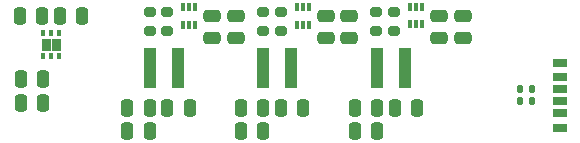
<source format=gbr>
%TF.GenerationSoftware,KiCad,Pcbnew,8.0.5*%
%TF.CreationDate,2024-11-27T10:58:11-07:00*%
%TF.ProjectId,PS2 PSU,50533220-5053-4552-9e6b-696361645f70,rev?*%
%TF.SameCoordinates,Original*%
%TF.FileFunction,Paste,Top*%
%TF.FilePolarity,Positive*%
%FSLAX46Y46*%
G04 Gerber Fmt 4.6, Leading zero omitted, Abs format (unit mm)*
G04 Created by KiCad (PCBNEW 8.0.5) date 2024-11-27 10:58:11*
%MOMM*%
%LPD*%
G01*
G04 APERTURE LIST*
G04 Aperture macros list*
%AMRoundRect*
0 Rectangle with rounded corners*
0 $1 Rounding radius*
0 $2 $3 $4 $5 $6 $7 $8 $9 X,Y pos of 4 corners*
0 Add a 4 corners polygon primitive as box body*
4,1,4,$2,$3,$4,$5,$6,$7,$8,$9,$2,$3,0*
0 Add four circle primitives for the rounded corners*
1,1,$1+$1,$2,$3*
1,1,$1+$1,$4,$5*
1,1,$1+$1,$6,$7*
1,1,$1+$1,$8,$9*
0 Add four rect primitives between the rounded corners*
20,1,$1+$1,$2,$3,$4,$5,0*
20,1,$1+$1,$4,$5,$6,$7,0*
20,1,$1+$1,$6,$7,$8,$9,0*
20,1,$1+$1,$8,$9,$2,$3,0*%
G04 Aperture macros list end*
%ADD10C,0.010000*%
%ADD11RoundRect,0.135000X0.135000X0.185000X-0.135000X0.185000X-0.135000X-0.185000X0.135000X-0.185000X0*%
%ADD12RoundRect,0.250000X-0.475000X0.250000X-0.475000X-0.250000X0.475000X-0.250000X0.475000X0.250000X0*%
%ADD13RoundRect,0.200000X0.275000X-0.200000X0.275000X0.200000X-0.275000X0.200000X-0.275000X-0.200000X0*%
%ADD14R,0.299999X0.670001*%
%ADD15R,0.980000X3.400000*%
%ADD16RoundRect,0.250000X-0.250000X-0.475000X0.250000X-0.475000X0.250000X0.475000X-0.250000X0.475000X0*%
%ADD17RoundRect,0.007500X0.142500X-0.217500X0.142500X0.217500X-0.142500X0.217500X-0.142500X-0.217500X0*%
%ADD18R,1.200000X0.700000*%
%ADD19R,1.200000X0.760000*%
%ADD20R,1.200000X0.800000*%
%ADD21RoundRect,0.250000X0.250000X0.475000X-0.250000X0.475000X-0.250000X-0.475000X0.250000X-0.475000X0*%
G04 APERTURE END LIST*
D10*
%TO.C,U4*%
X152125000Y-87075000D02*
X151425000Y-87075000D01*
X151425000Y-86075000D01*
X152125000Y-86075000D01*
X152125000Y-87075000D01*
G36*
X152125000Y-87075000D02*
G01*
X151425000Y-87075000D01*
X151425000Y-86075000D01*
X152125000Y-86075000D01*
X152125000Y-87075000D01*
G37*
X153025000Y-87075000D02*
X152325000Y-87075000D01*
X152325000Y-86075000D01*
X153025000Y-86075000D01*
X153025000Y-87075000D01*
G36*
X153025000Y-87075000D02*
G01*
X152325000Y-87075000D01*
X152325000Y-86075000D01*
X153025000Y-86075000D01*
X153025000Y-87075000D01*
G37*
%TD*%
D11*
%TO.C,R1*%
X192935000Y-91375000D03*
X191915000Y-91375000D03*
%TD*%
D12*
%TO.C,C12*%
X165875000Y-84150000D03*
X165875000Y-86050000D03*
%TD*%
D13*
%TO.C,R8*%
X162050000Y-85450000D03*
X162050000Y-83800000D03*
%TD*%
D14*
%TO.C,U2*%
X173050001Y-84890001D03*
X173550000Y-84890001D03*
X174049999Y-84890001D03*
X174049999Y-83409999D03*
X173550000Y-83409999D03*
X173050001Y-83409999D03*
%TD*%
D15*
%TO.C,L3*%
X162935000Y-88525000D03*
X160565000Y-88525000D03*
%TD*%
D12*
%TO.C,C6*%
X177475000Y-84150000D03*
X177475000Y-86050000D03*
%TD*%
D13*
%TO.C,R6*%
X171675000Y-85450000D03*
X171675000Y-83800000D03*
%TD*%
D12*
%TO.C,C1*%
X187075000Y-84150000D03*
X187075000Y-86050000D03*
%TD*%
D16*
%TO.C,C16*%
X152975000Y-84125000D03*
X154875000Y-84125000D03*
%TD*%
D17*
%TO.C,U4*%
X151575000Y-87550000D03*
X152225000Y-87550000D03*
X152875000Y-87550000D03*
X152875000Y-85600000D03*
X152225000Y-85600000D03*
X151575000Y-85600000D03*
%TD*%
D18*
%TO.C,J1*%
X195297000Y-91375000D03*
D19*
X195297000Y-89355000D03*
D20*
X195297000Y-88125000D03*
D18*
X195297000Y-90375000D03*
D19*
X195297000Y-92395000D03*
D20*
X195297000Y-93625000D03*
%TD*%
D14*
%TO.C,U3*%
X163425002Y-84905002D03*
X163925001Y-84905002D03*
X164425000Y-84905002D03*
X164425000Y-83425000D03*
X163925001Y-83425000D03*
X163425002Y-83425000D03*
%TD*%
D13*
%TO.C,R5*%
X170200000Y-85450000D03*
X170200000Y-83800000D03*
%TD*%
D21*
%TO.C,C3*%
X179850000Y-91925000D03*
X177950000Y-91925000D03*
%TD*%
%TO.C,C14*%
X160575000Y-93900000D03*
X158675000Y-93900000D03*
%TD*%
D12*
%TO.C,C7*%
X175500000Y-84150000D03*
X175500000Y-86050000D03*
%TD*%
D13*
%TO.C,R7*%
X160575000Y-85450000D03*
X160575000Y-83800000D03*
%TD*%
D21*
%TO.C,C9*%
X170200000Y-93900000D03*
X168300000Y-93900000D03*
%TD*%
%TO.C,C18*%
X151575000Y-91500000D03*
X149675000Y-91500000D03*
%TD*%
%TO.C,C19*%
X151475000Y-84125000D03*
X149575000Y-84125000D03*
%TD*%
%TO.C,C13*%
X160575000Y-91925000D03*
X158675000Y-91925000D03*
%TD*%
D12*
%TO.C,C11*%
X167850000Y-84150000D03*
X167850000Y-86050000D03*
%TD*%
D15*
%TO.C,L1*%
X182200001Y-88525001D03*
X179830001Y-88525001D03*
%TD*%
%TO.C,L2*%
X172560000Y-88525000D03*
X170190000Y-88525000D03*
%TD*%
D12*
%TO.C,C2*%
X185075000Y-84150000D03*
X185075000Y-86050000D03*
%TD*%
D16*
%TO.C,C15*%
X162075000Y-91925000D03*
X163975000Y-91925000D03*
%TD*%
D13*
%TO.C,R3*%
X181250000Y-85450000D03*
X181250000Y-83800000D03*
%TD*%
D21*
%TO.C,C4*%
X179850000Y-93900000D03*
X177950000Y-93900000D03*
%TD*%
D11*
%TO.C,R2*%
X192935000Y-90375000D03*
X191915000Y-90375000D03*
%TD*%
D16*
%TO.C,C10*%
X171700000Y-91925000D03*
X173600000Y-91925000D03*
%TD*%
D21*
%TO.C,C17*%
X151575000Y-89525000D03*
X149675000Y-89525000D03*
%TD*%
%TO.C,C8*%
X170200000Y-91925000D03*
X168300000Y-91925000D03*
%TD*%
D13*
%TO.C,R4*%
X179775000Y-85450000D03*
X179775000Y-83800000D03*
%TD*%
D16*
%TO.C,C5*%
X181350000Y-91925000D03*
X183250000Y-91925000D03*
%TD*%
D14*
%TO.C,U1*%
X182625002Y-84880002D03*
X183125001Y-84880002D03*
X183625000Y-84880002D03*
X183625000Y-83400000D03*
X183125001Y-83400000D03*
X182625002Y-83400000D03*
%TD*%
M02*

</source>
